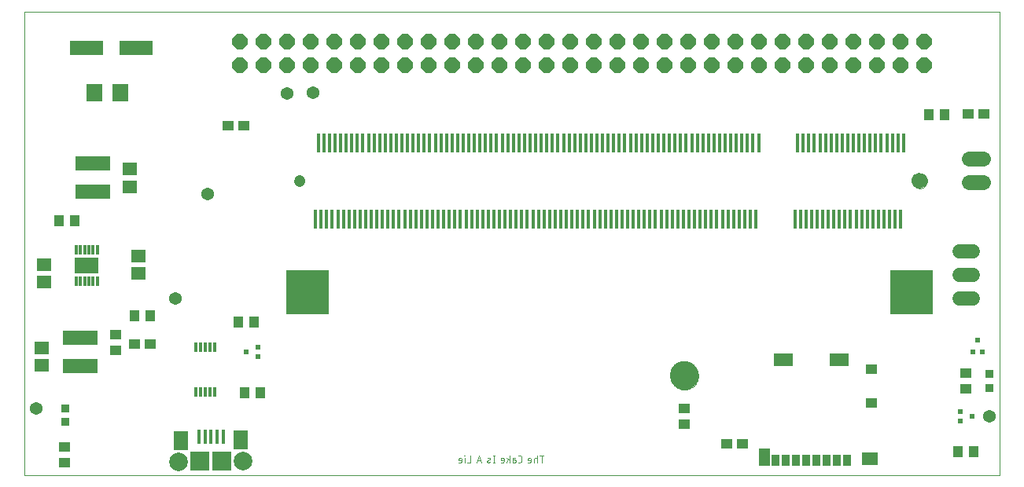
<source format=gts>
G04 EAGLE Gerber RS-274X export*
G75*
%MOIN*%
%FSLAX34Y34*%
%LPD*%
%INTop solder mask*%
%IPPOS*%
%AMOC8*
5,1,8,0,0,1.08239X$1,22.5*%
G01*
%ADD10C,0.000000*%
%ADD11C,0.122110*%
%ADD12C,0.003000*%
%ADD13R,0.017780X0.082740*%
%ADD14R,0.181165X0.185102*%
%ADD15C,0.066992*%
%ADD16C,0.047307*%
%ADD17P,0.069273X8X22.500000*%
%ADD18R,0.017780X0.059118*%
%ADD19R,0.064866X0.078803*%
%ADD20R,0.078803X0.078803*%
%ADD21C,0.074866*%
%ADD22C,0.078803*%
%ADD23R,0.015748X0.043307*%
%ADD24R,0.043370X0.047307*%
%ADD25R,0.024079X0.019748*%
%ADD26C,0.054000*%
%ADD27R,0.019748X0.024079*%
%ADD28R,0.047307X0.043370*%
%ADD29R,0.035496X0.035496*%
%ADD30C,0.060000*%
%ADD31C,0.064000*%
%ADD32R,0.144000X0.059118*%
%ADD33R,0.102425X0.070929*%
%ADD34R,0.013843X0.043370*%
%ADD35R,0.066992X0.074866*%
%ADD36R,0.063055X0.055181*%
%ADD37R,0.145732X0.063055*%
%ADD38R,0.037465X0.047307*%
%ADD39R,0.033528X0.047307*%
%ADD40R,0.065024X0.057150*%
%ADD41R,0.050063X0.074866*%
%ADD42R,0.078803X0.057150*%
%ADD43R,0.051244X0.043370*%


D10*
X-5906Y0D02*
X35433Y0D01*
X35433Y19685D01*
X-5906Y19685D01*
X-5906Y0D01*
X21473Y4233D02*
X21475Y4281D01*
X21481Y4329D01*
X21491Y4376D01*
X21504Y4422D01*
X21522Y4467D01*
X21542Y4511D01*
X21567Y4553D01*
X21595Y4592D01*
X21625Y4629D01*
X21659Y4663D01*
X21696Y4695D01*
X21734Y4724D01*
X21775Y4749D01*
X21818Y4771D01*
X21863Y4789D01*
X21909Y4803D01*
X21956Y4814D01*
X22004Y4821D01*
X22052Y4824D01*
X22100Y4823D01*
X22148Y4818D01*
X22196Y4809D01*
X22242Y4797D01*
X22287Y4780D01*
X22331Y4760D01*
X22373Y4737D01*
X22413Y4710D01*
X22451Y4680D01*
X22486Y4647D01*
X22518Y4611D01*
X22548Y4573D01*
X22574Y4532D01*
X22596Y4489D01*
X22616Y4445D01*
X22631Y4400D01*
X22643Y4353D01*
X22651Y4305D01*
X22655Y4257D01*
X22655Y4209D01*
X22651Y4161D01*
X22643Y4113D01*
X22631Y4066D01*
X22616Y4021D01*
X22596Y3977D01*
X22574Y3934D01*
X22548Y3893D01*
X22518Y3855D01*
X22486Y3819D01*
X22451Y3786D01*
X22413Y3756D01*
X22373Y3729D01*
X22331Y3706D01*
X22287Y3686D01*
X22242Y3669D01*
X22196Y3657D01*
X22148Y3648D01*
X22100Y3643D01*
X22052Y3642D01*
X22004Y3645D01*
X21956Y3652D01*
X21909Y3663D01*
X21863Y3677D01*
X21818Y3695D01*
X21775Y3717D01*
X21734Y3742D01*
X21696Y3771D01*
X21659Y3803D01*
X21625Y3837D01*
X21595Y3874D01*
X21567Y3913D01*
X21542Y3955D01*
X21522Y3999D01*
X21504Y4044D01*
X21491Y4090D01*
X21481Y4137D01*
X21475Y4185D01*
X21473Y4233D01*
D11*
X22064Y4233D03*
D12*
X16020Y845D02*
X16020Y555D01*
X16100Y845D02*
X15939Y845D01*
X15825Y845D02*
X15825Y555D01*
X15825Y748D02*
X15745Y748D01*
X15733Y746D01*
X15721Y742D01*
X15711Y734D01*
X15703Y724D01*
X15699Y712D01*
X15697Y700D01*
X15696Y700D02*
X15696Y555D01*
X15518Y555D02*
X15437Y555D01*
X15518Y555D02*
X15530Y557D01*
X15542Y561D01*
X15552Y569D01*
X15560Y579D01*
X15564Y591D01*
X15566Y603D01*
X15566Y684D01*
X15564Y698D01*
X15560Y712D01*
X15552Y724D01*
X15542Y734D01*
X15530Y742D01*
X15516Y746D01*
X15502Y748D01*
X15488Y746D01*
X15474Y742D01*
X15462Y734D01*
X15452Y724D01*
X15444Y712D01*
X15440Y698D01*
X15438Y684D01*
X15437Y684D02*
X15437Y652D01*
X15566Y652D01*
X15096Y555D02*
X15032Y555D01*
X15096Y555D02*
X15110Y557D01*
X15124Y561D01*
X15136Y569D01*
X15146Y579D01*
X15154Y591D01*
X15158Y605D01*
X15160Y619D01*
X15161Y619D02*
X15161Y781D01*
X15160Y781D02*
X15158Y795D01*
X15154Y809D01*
X15146Y821D01*
X15136Y831D01*
X15124Y839D01*
X15110Y843D01*
X15096Y845D01*
X15032Y845D01*
X14868Y668D02*
X14796Y668D01*
X14868Y667D02*
X14881Y665D01*
X14894Y661D01*
X14905Y653D01*
X14914Y643D01*
X14920Y631D01*
X14924Y618D01*
X14924Y604D01*
X14920Y591D01*
X14914Y579D01*
X14905Y569D01*
X14894Y561D01*
X14881Y557D01*
X14868Y555D01*
X14796Y555D01*
X14796Y700D01*
X14798Y712D01*
X14802Y724D01*
X14810Y734D01*
X14820Y742D01*
X14832Y746D01*
X14844Y748D01*
X14908Y748D01*
X14650Y845D02*
X14650Y555D01*
X14650Y652D02*
X14521Y748D01*
X14594Y692D02*
X14521Y555D01*
X14366Y555D02*
X14285Y555D01*
X14366Y555D02*
X14378Y557D01*
X14390Y561D01*
X14400Y569D01*
X14408Y579D01*
X14412Y591D01*
X14414Y603D01*
X14414Y684D01*
X14412Y698D01*
X14408Y712D01*
X14400Y724D01*
X14390Y734D01*
X14378Y742D01*
X14364Y746D01*
X14350Y748D01*
X14336Y746D01*
X14322Y742D01*
X14310Y734D01*
X14300Y724D01*
X14292Y712D01*
X14288Y698D01*
X14286Y684D01*
X14285Y684D02*
X14285Y652D01*
X14414Y652D01*
X13985Y555D02*
X13985Y845D01*
X14017Y555D02*
X13953Y555D01*
X13953Y845D02*
X14017Y845D01*
X13814Y668D02*
X13733Y636D01*
X13814Y668D02*
X13824Y674D01*
X13832Y682D01*
X13837Y692D01*
X13840Y704D01*
X13839Y715D01*
X13835Y726D01*
X13829Y736D01*
X13820Y743D01*
X13809Y748D01*
X13797Y749D01*
X13797Y748D02*
X13773Y746D01*
X13748Y741D01*
X13725Y732D01*
X13733Y636D02*
X13723Y630D01*
X13715Y622D01*
X13710Y612D01*
X13707Y600D01*
X13708Y589D01*
X13712Y578D01*
X13718Y568D01*
X13727Y561D01*
X13738Y556D01*
X13750Y555D01*
X13749Y555D02*
X13779Y557D01*
X13809Y563D01*
X13837Y571D01*
X13448Y555D02*
X13351Y845D01*
X13254Y555D01*
X13279Y628D02*
X13424Y628D01*
X12980Y555D02*
X12980Y845D01*
X12980Y555D02*
X12851Y555D01*
X12746Y555D02*
X12746Y748D01*
X12754Y829D02*
X12754Y845D01*
X12738Y845D01*
X12738Y829D01*
X12754Y829D01*
X12580Y555D02*
X12500Y555D01*
X12580Y555D02*
X12592Y557D01*
X12604Y561D01*
X12614Y569D01*
X12622Y579D01*
X12626Y591D01*
X12628Y603D01*
X12628Y684D01*
X12626Y698D01*
X12622Y712D01*
X12614Y724D01*
X12604Y734D01*
X12592Y742D01*
X12578Y746D01*
X12564Y748D01*
X12550Y746D01*
X12536Y742D01*
X12524Y734D01*
X12514Y724D01*
X12506Y712D01*
X12502Y698D01*
X12500Y684D01*
X12500Y652D01*
X12628Y652D01*
D13*
X31354Y14114D03*
X31236Y10886D03*
X31118Y14114D03*
X31000Y10886D03*
X30882Y14114D03*
X30764Y10886D03*
X30646Y14114D03*
X30528Y10886D03*
X30409Y14114D03*
X30291Y10886D03*
X30173Y14114D03*
X30055Y10886D03*
X29937Y14114D03*
X29819Y10886D03*
X29701Y14114D03*
X29583Y10886D03*
X29465Y14114D03*
X29346Y10886D03*
X29228Y14114D03*
X29110Y10886D03*
X28992Y14114D03*
X28874Y10886D03*
X28756Y14114D03*
X28638Y10886D03*
X28520Y14114D03*
X28402Y10886D03*
X28283Y14114D03*
X28165Y10886D03*
X28047Y14114D03*
X27929Y10886D03*
X27811Y14114D03*
X27693Y10886D03*
X27575Y14114D03*
X27457Y10886D03*
X27339Y14114D03*
X27220Y10886D03*
X27102Y14114D03*
X26984Y10886D03*
X26866Y14114D03*
X26748Y10886D03*
X25213Y14114D03*
X25094Y10886D03*
X24976Y14114D03*
X24858Y10886D03*
X24740Y14114D03*
X24622Y10886D03*
X24504Y14114D03*
X24386Y10886D03*
X24268Y14114D03*
X24150Y10886D03*
X24031Y14114D03*
X23913Y10886D03*
X23795Y14114D03*
X23677Y10886D03*
X23559Y14114D03*
X23441Y10886D03*
X23323Y14114D03*
X23205Y10886D03*
X23087Y14114D03*
X22969Y10886D03*
X22850Y14114D03*
X22732Y10886D03*
X22614Y14114D03*
X22496Y10886D03*
X22378Y14114D03*
X22260Y10886D03*
X22142Y14114D03*
X22024Y10886D03*
X21906Y14114D03*
X21787Y10886D03*
X21669Y14114D03*
X21551Y10886D03*
X21433Y14114D03*
X21315Y10886D03*
X21197Y14114D03*
X21079Y10886D03*
X20961Y14114D03*
X20843Y10886D03*
X20724Y14114D03*
X20606Y10886D03*
X20488Y14114D03*
X20370Y10886D03*
X20252Y14114D03*
X20134Y10886D03*
X20016Y14114D03*
X19898Y10886D03*
X19780Y14114D03*
X19661Y10886D03*
X19543Y14114D03*
X19425Y10886D03*
X19307Y14114D03*
X19189Y10886D03*
X19071Y14114D03*
X18953Y10886D03*
X18835Y14114D03*
X18717Y10886D03*
X18598Y14114D03*
X18480Y10886D03*
X18362Y14114D03*
X18244Y10886D03*
X18126Y14114D03*
X18008Y10886D03*
X17890Y14114D03*
X17772Y10886D03*
X17654Y14114D03*
X17535Y10886D03*
X17417Y14114D03*
X17299Y10886D03*
X17181Y14114D03*
X17063Y10886D03*
X16945Y14114D03*
X16827Y10886D03*
X16709Y14114D03*
X16591Y10886D03*
X16472Y14114D03*
X16354Y10886D03*
X16236Y14114D03*
X16118Y10886D03*
X16000Y14114D03*
X15882Y10886D03*
X15764Y14114D03*
X15646Y10886D03*
X15528Y14114D03*
X15409Y10886D03*
X15291Y14114D03*
X15173Y10886D03*
X15055Y14114D03*
X14937Y10886D03*
X14819Y14114D03*
X14701Y10886D03*
X14583Y14114D03*
X14465Y10886D03*
X14346Y14114D03*
X14228Y10886D03*
X14110Y14114D03*
X13992Y10886D03*
X13874Y14114D03*
X13756Y10886D03*
X13638Y14114D03*
X13520Y10886D03*
X13402Y14114D03*
X13283Y10886D03*
X13165Y14114D03*
X13047Y10886D03*
X12929Y14114D03*
X12811Y10886D03*
X12693Y14114D03*
X12575Y10886D03*
X12457Y14114D03*
X12339Y10886D03*
X12220Y14114D03*
X12102Y10886D03*
X11984Y14114D03*
X11866Y10886D03*
X11748Y14114D03*
X11630Y10886D03*
X11512Y14114D03*
X11394Y10886D03*
X11276Y14114D03*
X11157Y10886D03*
X11039Y14114D03*
X10921Y10886D03*
X10803Y14114D03*
X10685Y10886D03*
X10567Y14114D03*
X10449Y10886D03*
X10331Y14114D03*
X10213Y10886D03*
X10094Y14114D03*
X9976Y10886D03*
X9858Y14114D03*
X9740Y10886D03*
X9622Y14114D03*
X9504Y10886D03*
X9386Y14114D03*
X9268Y10886D03*
X9150Y14114D03*
X9031Y10886D03*
X8913Y14114D03*
X8795Y10886D03*
X8677Y14114D03*
X8559Y10886D03*
X8441Y14114D03*
X8323Y10886D03*
X8205Y14114D03*
X8087Y10886D03*
X7969Y14114D03*
X7850Y10886D03*
X7732Y14114D03*
X7614Y10886D03*
X7496Y14114D03*
X7378Y10886D03*
X7260Y14114D03*
X7142Y10886D03*
X7024Y14114D03*
X6906Y10886D03*
X6787Y14114D03*
X6669Y10886D03*
X6551Y14114D03*
X6433Y10886D03*
D14*
X31709Y7776D03*
X6079Y7776D03*
D10*
X31728Y12500D02*
X31730Y12535D01*
X31736Y12570D01*
X31746Y12604D01*
X31759Y12637D01*
X31776Y12668D01*
X31797Y12696D01*
X31820Y12723D01*
X31847Y12746D01*
X31875Y12767D01*
X31906Y12784D01*
X31939Y12797D01*
X31973Y12807D01*
X32008Y12813D01*
X32043Y12815D01*
X32078Y12813D01*
X32113Y12807D01*
X32147Y12797D01*
X32180Y12784D01*
X32211Y12767D01*
X32239Y12746D01*
X32266Y12723D01*
X32289Y12696D01*
X32310Y12668D01*
X32327Y12637D01*
X32340Y12604D01*
X32350Y12570D01*
X32356Y12535D01*
X32358Y12500D01*
X32356Y12465D01*
X32350Y12430D01*
X32340Y12396D01*
X32327Y12363D01*
X32310Y12332D01*
X32289Y12304D01*
X32266Y12277D01*
X32239Y12254D01*
X32211Y12233D01*
X32180Y12216D01*
X32147Y12203D01*
X32113Y12193D01*
X32078Y12187D01*
X32043Y12185D01*
X32008Y12187D01*
X31973Y12193D01*
X31939Y12203D01*
X31906Y12216D01*
X31875Y12233D01*
X31847Y12254D01*
X31820Y12277D01*
X31797Y12304D01*
X31776Y12332D01*
X31759Y12363D01*
X31746Y12396D01*
X31736Y12430D01*
X31730Y12465D01*
X31728Y12500D01*
D15*
X32043Y12500D03*
D10*
X5527Y12500D02*
X5529Y12529D01*
X5535Y12557D01*
X5544Y12585D01*
X5557Y12611D01*
X5574Y12634D01*
X5593Y12656D01*
X5615Y12675D01*
X5640Y12690D01*
X5666Y12703D01*
X5694Y12711D01*
X5722Y12716D01*
X5751Y12717D01*
X5780Y12714D01*
X5808Y12707D01*
X5835Y12697D01*
X5861Y12683D01*
X5884Y12666D01*
X5905Y12646D01*
X5923Y12623D01*
X5938Y12598D01*
X5949Y12571D01*
X5957Y12543D01*
X5961Y12514D01*
X5961Y12486D01*
X5957Y12457D01*
X5949Y12429D01*
X5938Y12402D01*
X5923Y12377D01*
X5905Y12354D01*
X5884Y12334D01*
X5861Y12317D01*
X5835Y12303D01*
X5808Y12293D01*
X5780Y12286D01*
X5751Y12283D01*
X5722Y12284D01*
X5694Y12289D01*
X5666Y12297D01*
X5640Y12310D01*
X5615Y12325D01*
X5593Y12344D01*
X5574Y12366D01*
X5557Y12389D01*
X5544Y12415D01*
X5535Y12443D01*
X5529Y12471D01*
X5527Y12500D01*
D16*
X5744Y12500D03*
D17*
X3217Y17413D03*
X3217Y18413D03*
X4217Y17413D03*
X4217Y18413D03*
X5217Y17413D03*
X5217Y18413D03*
X6217Y17413D03*
X6217Y18413D03*
X7217Y17413D03*
X7217Y18413D03*
X8217Y17413D03*
X8217Y18413D03*
X9217Y17413D03*
X9217Y18413D03*
X10217Y17413D03*
X10217Y18413D03*
X11217Y17413D03*
X11217Y18413D03*
X12217Y17413D03*
X12217Y18413D03*
X13217Y17413D03*
X13217Y18413D03*
X14217Y17413D03*
X14217Y18413D03*
X15217Y17413D03*
X15217Y18413D03*
X16217Y17413D03*
X16217Y18413D03*
X17217Y17413D03*
X17217Y18413D03*
X18217Y17413D03*
X18217Y18413D03*
X19217Y17413D03*
X19217Y18413D03*
X20217Y17413D03*
X20217Y18413D03*
X21217Y17413D03*
X21217Y18413D03*
X22217Y17413D03*
X22217Y18413D03*
X23217Y17413D03*
X23217Y18413D03*
X24217Y17413D03*
X24217Y18413D03*
X25217Y17413D03*
X25217Y18413D03*
X26217Y17413D03*
X26217Y18413D03*
X27217Y17413D03*
X27217Y18413D03*
X28217Y17413D03*
X28217Y18413D03*
X29217Y17413D03*
X29217Y18413D03*
X30217Y17413D03*
X30217Y18413D03*
X31217Y17413D03*
X31217Y18413D03*
X32217Y17413D03*
X32217Y18413D03*
D18*
X1488Y1634D03*
X2512Y1634D03*
X1744Y1634D03*
X2000Y1634D03*
X2256Y1634D03*
D19*
X720Y1471D03*
X3270Y1491D03*
D20*
X1530Y591D03*
X2460Y591D03*
D21*
X620Y571D03*
X3370Y591D03*
D22*
X620Y571D03*
X3370Y601D03*
D23*
X2144Y5445D03*
X1947Y5445D03*
X1750Y5445D03*
X1553Y5445D03*
X1356Y5445D03*
X1356Y3555D03*
X1553Y3555D03*
X1750Y3555D03*
X1947Y3555D03*
X2144Y3555D03*
D24*
X3165Y6500D03*
X3835Y6500D03*
D25*
X4006Y5053D03*
X4006Y5447D03*
X3494Y5250D03*
D24*
X3415Y3500D03*
X4085Y3500D03*
D26*
X500Y7517D03*
D27*
X34303Y5244D03*
X34697Y5244D03*
X34500Y5756D03*
D25*
X33744Y2697D03*
X33744Y2303D03*
X34256Y2500D03*
D24*
X33665Y1000D03*
X34335Y1000D03*
D28*
X34000Y4335D03*
X34000Y3665D03*
X22050Y2165D03*
X22050Y2835D03*
D29*
X35000Y4295D03*
X35000Y3705D03*
D26*
X35000Y2500D03*
D30*
X34280Y7500D02*
X33720Y7500D01*
X33720Y8500D02*
X34280Y8500D01*
X34280Y9500D02*
X33720Y9500D01*
D26*
X5233Y16215D03*
X6333Y16249D03*
D31*
X34130Y12432D02*
X34730Y12432D01*
X34730Y13432D02*
X34130Y13432D01*
D32*
X-3277Y18146D03*
X-1187Y18146D03*
D28*
X3409Y14831D03*
X2740Y14831D03*
D33*
X-3260Y8906D03*
D34*
X-2817Y9575D03*
X-2994Y9575D03*
X-3171Y9575D03*
X-3348Y9575D03*
X-3526Y9575D03*
X-3703Y9575D03*
X-3703Y8236D03*
X-3526Y8236D03*
X-3348Y8236D03*
X-3171Y8236D03*
X-2994Y8236D03*
X-2817Y8236D03*
D24*
X-571Y6783D03*
X-1240Y6783D03*
X-3760Y10795D03*
X-4429Y10795D03*
D28*
X-2035Y5295D03*
X-2035Y5965D03*
D35*
X-1835Y16236D03*
X-2937Y16236D03*
D36*
X-1067Y8575D03*
X-1067Y9323D03*
X-5059Y8209D03*
X-5059Y8957D03*
X-5189Y4673D03*
X-5189Y5421D03*
X-1429Y12996D03*
X-1429Y12248D03*
D37*
X-3535Y5833D03*
X-3535Y4632D03*
X-2996Y12045D03*
X-2996Y13246D03*
D28*
X-1240Y5575D03*
X-571Y5575D03*
D29*
X-4189Y2264D03*
X-4189Y2854D03*
D28*
X-4205Y539D03*
X-4205Y1209D03*
D26*
X-5398Y2827D03*
X1874Y11953D03*
D38*
X28955Y642D03*
X28522Y642D03*
X28089Y642D03*
X27656Y642D03*
X27222Y642D03*
X26789Y642D03*
X26356Y642D03*
D39*
X25943Y642D03*
D40*
X29923Y691D03*
D41*
X25467Y780D03*
D42*
X26264Y4904D03*
X28614Y4904D03*
D43*
X29992Y4520D03*
X29992Y3063D03*
D28*
X24516Y1335D03*
X23846Y1335D03*
X34774Y15337D03*
X34105Y15337D03*
D24*
X32413Y15306D03*
X33082Y15306D03*
M02*

</source>
